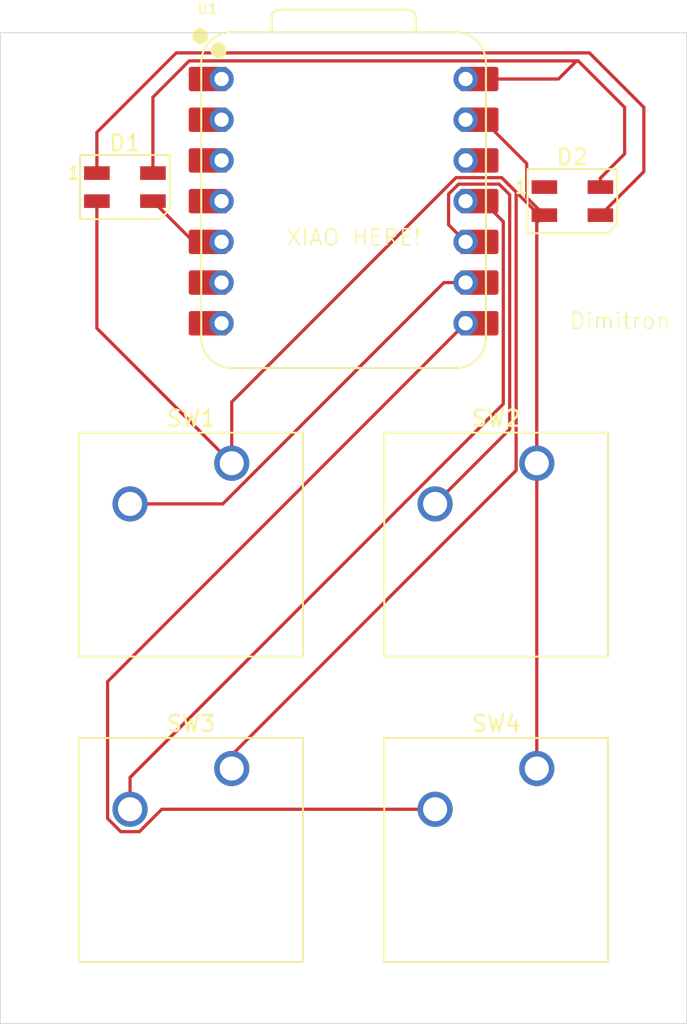
<source format=kicad_pcb>
(kicad_pcb (version 20241229) (generator "pcbnew") (generator_version "9.0")
  (layers (0 "F.Cu" signal) (2 "B.Cu" signal) (13 "F.Paste" user) (15 "B.Paste" user) (5 "F.SilkS" user "F.Silkscreen") (7 "B.SilkS" user "B.Silkscreen") (1 "F.Mask" user) (3 "B.Mask" user) (25 "Edge.Cuts" user))
  (net 0 "")
  (net 1 "Net-(D1-DIN)")
  (net 2 "+5V")
  (net 3 "GND")
  (net 4 "Net-(D1-DOUT)")
  (net 6 "Net-(U1-GPIO2{slash}SCK)")
  (net 7 "Net-(U1-GPIO4{slash}MISO)")
  (net 8 "Net-(U1-GPIO3{slash}MOSI)")
  (net 9 "Net-(U1-GPIO1{slash}RX)")
  (footprint "Button_Switch_Keyboard:SW_Cherry_MX_1.00u_PCB" (layer "F.Cu") (at 164.465 130.65125)
    (property "Reference" "SW3" (at -2.54 -2.794 0) (layer "F.SilkS"))
    (property "Value" "SW_Push")
    (fp_line (start -9.525 -1.905) (end 4.445 -1.905) (stroke (width 0.12)) (layer "F.SilkS"))
    (fp_line (start -9.525 12.065) (end -9.525 -1.905) (stroke (width 0.12)) (layer "F.SilkS"))
    (fp_line (start 4.445 -1.905) (end 4.445 12.065) (stroke (width 0.12)) (layer "F.SilkS"))
    (fp_line (start 4.445 12.065) (end -9.525 12.065) (stroke (width 0.12)) (layer "F.SilkS"))
    (pad "" np_thru_hole circle (at -7.62 5.08) (size 1.7 1.7) (drill 1.7) (layers "*.Cu" "*.Mask"))
    (pad "" np_thru_hole circle (at -2.54 5.08) (size 4 4) (drill 4) (layers "*.Cu" "*.Mask"))
    (pad "" np_thru_hole circle (at 2.54 5.08) (size 1.7 1.7) (drill 1.7) (layers "*.Cu" "*.Mask"))
    (pad "1" thru_hole circle (at 0 0) (size 2.2 2.2) (drill 1.5) (layers "*.Cu" "*.Mask") (net 3 "GND"))
    (pad "2" thru_hole circle (at -6.35 2.54) (size 2.2 2.2) (drill 1.5) (layers "*.Cu" "*.Mask") (net 8 "Net-(U1-GPIO3{slash}MOSI)"))
  )
  (footprint "Button_Switch_Keyboard:SW_Cherry_MX_1.00u_PCB" (layer "F.Cu") (at 183.515 111.60125)
    (property "Reference" "SW2" (at -2.54 -2.794 0) (layer "F.SilkS"))
    (property "Value" "SW_Push")
    (fp_line (start -9.525 -1.905) (end 4.445 -1.905) (stroke (width 0.12)) (layer "F.SilkS"))
    (fp_line (start -9.525 12.065) (end -9.525 -1.905) (stroke (width 0.12)) (layer "F.SilkS"))
    (fp_line (start 4.445 -1.905) (end 4.445 12.065) (stroke (width 0.12)) (layer "F.SilkS"))
    (fp_line (start 4.445 12.065) (end -9.525 12.065) (stroke (width 0.12)) (layer "F.SilkS"))
    (pad "" np_thru_hole circle (at -7.62 5.08) (size 1.7 1.7) (drill 1.7) (layers "*.Cu" "*.Mask"))
    (pad "" np_thru_hole circle (at -2.54 5.08) (size 4 4) (drill 4) (layers "*.Cu" "*.Mask"))
    (pad "" np_thru_hole circle (at 2.54 5.08) (size 1.7 1.7) (drill 1.7) (layers "*.Cu" "*.Mask"))
    (pad "1" thru_hole circle (at 0 0) (size 2.2 2.2) (drill 1.5) (layers "*.Cu" "*.Mask") (net 3 "GND"))
    (pad "2" thru_hole circle (at -6.35 2.54) (size 2.2 2.2) (drill 1.5) (layers "*.Cu" "*.Mask") (net 7 "Net-(U1-GPIO4{slash}MISO)"))
  )
  (footprint "Seeed Studio XIAO Series Library:XIAO-RP2040-DIP" (layer "F.Cu") (at 171.45 95.25)
    (property "Reference" "U1" (at -8.5 -12 0) (layer "F.SilkS") (effects (font (size 0.635 0.635) (thickness 0.1016))))
    (property "Value" "XIAO-RP2040-DIP")
    (fp_line (start -8.89 8.509) (end -8.89 -8.636) (stroke (width 0.127)) (layer "F.SilkS"))
    (fp_line (start -6.985 10.414) (end 6.985 10.414) (stroke (width 0.127)) (layer "F.SilkS"))
    (fp_line (start -4.495 -10.541) (end -4.491272 -11.451272) (stroke (width 0.127)) (layer "F.SilkS"))
    (fp_line (start -3.991272 -11.951) (end 4.004 -11.951) (stroke (width 0.127)) (layer "F.SilkS"))
    (fp_line (start 4.504 -11.451) (end 4.504 -10.541) (stroke (width 0.127)) (layer "F.SilkS"))
    (fp_line (start 6.985 -10.541) (end -6.985 -10.541) (stroke (width 0.1)) (layer "F.SilkS"))
    (fp_line (start 6.985 -10.541) (end -6.985 -10.541) (stroke (width 0.127)) (layer "F.SilkS"))
    (fp_line (start 8.89 8.509) (end 8.89 -8.636) (stroke (width 0.127)) (layer "F.SilkS"))
    (fp_arc (start -8.89 -8.636) (mid -8.332038 -9.983038) (end -6.985 -10.541) (stroke (width 0.127)) (layer "F.SilkS"))
    (fp_arc (start -6.985 10.414) (mid -8.332038 9.856038) (end -8.89 8.509) (stroke (width 0.127)) (layer "F.SilkS"))
    (fp_arc (start -4.491272 -11.451272) (mid -4.344728 -11.80464) (end -3.991272 -11.951) (stroke (width 0.127)) (layer "F.SilkS"))
    (fp_arc (start 4.004 -11.951) (mid 4.357553 -11.804553) (end 4.504 -11.451) (stroke (width 0.127)) (layer "F.SilkS"))
    (fp_arc (start 6.985 -10.541) (mid 8.332038 -9.983038) (end 8.89 -8.636) (stroke (width 0.127)) (layer "F.SilkS"))
    (fp_arc (start 8.89 8.509) (mid 8.332038 9.856038) (end 6.985 10.414) (stroke (width 0.127)) (layer "F.SilkS"))
    (fp_circle (center -8.95 -10.3) (end -8.95 -10.554) (stroke (width 0.5)) (fill yes) (layer "F.SilkS"))
    (fp_circle (center -7.807 -9.42) (end -7.807 -9.674) (stroke (width 0.5)) (fill yes) (layer "F.SilkS"))
    (pad "1" smd roundrect (at -8.455 -7.62 180) (size 2.432 1.524) (layers "F.Cu" "F.Mask") (roundrect_rratio 0.1))
    (pad "1" thru_hole circle (at -7.62 -7.62 180) (size 1.524 1.524) (drill 0.889) (layers "*.Cu" "*.Mask"))
    (pad "2" smd roundrect (at -8.455 -5.08 180) (size 2.432 1.524) (layers "F.Cu" "F.Mask") (roundrect_rratio 0.1))
    (pad "2" thru_hole circle (at -7.62 -5.08 180) (size 1.524 1.524) (drill 0.889) (layers "*.Cu" "*.Mask"))
    (pad "3" smd roundrect (at -8.455 -2.54 180) (size 2.432 1.524) (layers "F.Cu" "F.Mask") (roundrect_rratio 0.1))
    (pad "3" thru_hole circle (at -7.62 -2.54 180) (size 1.524 1.524) (drill 0.889) (layers "*.Cu" "*.Mask"))
    (pad "4" smd roundrect (at -8.455 0 180) (size 2.432 1.524) (layers "F.Cu" "F.Mask") (roundrect_rratio 0.1))
    (pad "4" thru_hole circle (at -7.62 0 180) (size 1.524 1.524) (drill 0.889) (layers "*.Cu" "*.Mask"))
    (pad "5" smd roundrect (at -8.455 2.54 180) (size 2.432 1.524) (layers "F.Cu" "F.Mask") (roundrect_rratio 0.1) (net 1 "Net-(D1-DIN)"))
    (pad "5" thru_hole circle (at -7.62 2.54 180) (size 1.524 1.524) (drill 0.889) (layers "*.Cu" "*.Mask") (net 1 "Net-(D1-DIN)"))
    (pad "6" smd roundrect (at -8.455 5.08 180) (size 2.432 1.524) (layers "F.Cu" "F.Mask") (roundrect_rratio 0.1))
    (pad "6" thru_hole circle (at -7.62 5.08 180) (size 1.524 1.524) (drill 0.889) (layers "*.Cu" "*.Mask"))
    (pad "7" smd roundrect (at -8.455 7.62 180) (size 2.432 1.524) (layers "F.Cu" "F.Mask") (roundrect_rratio 0.1))
    (pad "7" thru_hole circle (at -7.62 7.62 180) (size 1.524 1.524) (drill 0.889) (layers "*.Cu" "*.Mask"))
    (pad "8" thru_hole circle (at 7.62 7.62) (size 1.524 1.524) (drill 0.889) (layers "*.Cu" "*.Mask") (net 9 "Net-(U1-GPIO1{slash}RX)"))
    (pad "8" smd roundrect (at 8.455 7.62) (size 2.432 1.524) (layers "F.Cu" "F.Mask") (roundrect_rratio 0.1) (net 9 "Net-(U1-GPIO1{slash}RX)"))
    (pad "9" thru_hole circle (at 7.62 5.08) (size 1.524 1.524) (drill 0.889) (layers "*.Cu" "*.Mask") (net 6 "Net-(U1-GPIO2{slash}SCK)"))
    (pad "9" smd roundrect (at 8.455 5.08) (size 2.432 1.524) (layers "F.Cu" "F.Mask") (roundrect_rratio 0.1) (net 6 "Net-(U1-GPIO2{slash}SCK)"))
    (pad "10" thru_hole circle (at 7.62 2.54) (size 1.524 1.524) (drill 0.889) (layers "*.Cu" "*.Mask") (net 7 "Net-(U1-GPIO4{slash}MISO)"))
    (pad "10" smd roundrect (at 8.455 2.54) (size 2.432 1.524) (layers "F.Cu" "F.Mask") (roundrect_rratio 0.1) (net 7 "Net-(U1-GPIO4{slash}MISO)"))
    (pad "11" thru_hole circle (at 7.62 0) (size 1.524 1.524) (drill 0.889) (layers "*.Cu" "*.Mask") (net 8 "Net-(U1-GPIO3{slash}MOSI)"))
    (pad "11" smd roundrect (at 8.455 0) (size 2.432 1.524) (layers "F.Cu" "F.Mask") (roundrect_rratio 0.1) (net 8 "Net-(U1-GPIO3{slash}MOSI)"))
    (pad "12" thru_hole circle (at 7.62 -2.54) (size 1.524 1.524) (drill 0.889) (layers "*.Cu" "*.Mask"))
    (pad "12" smd roundrect (at 8.455 -2.54) (size 2.432 1.524) (layers "F.Cu" "F.Mask") (roundrect_rratio 0.1))
    (pad "13" thru_hole circle (at 7.62 -5.08) (size 1.524 1.524) (drill 0.889) (layers "*.Cu" "*.Mask") (net 3 "GND"))
    (pad "13" smd roundrect (at 8.455 -5.08) (size 2.432 1.524) (layers "F.Cu" "F.Mask") (roundrect_rratio 0.1) (net 3 "GND"))
    (pad "14" thru_hole circle (at 7.62 -7.62) (size 1.524 1.524) (drill 0.889) (layers "*.Cu" "*.Mask") (net 2 "+5V"))
    (pad "14" smd roundrect (at 8.455 -7.62) (size 2.432 1.524) (layers "F.Cu" "F.Mask") (roundrect_rratio 0.1) (net 2 "+5V"))
  )
  (footprint "LED_SMD:LED_SK6812MINI_PLCC4_3.5x3.5mm_P1.75mm" (layer "F.Cu") (at 185.7375 95.25)
    (property "Reference" "D2" (at 0 -2.75 0) (layer "F.SilkS"))
    (property "Value" "SK6812MINI")
    (fp_line (start -2.8 -2) (end -2.8 2) (stroke (width 0.12)) (layer "F.SilkS"))
    (fp_line (start -2.8 -2) (end 2.8 -2) (stroke (width 0.12)) (layer "F.SilkS"))
    (fp_line (start -2.8 2) (end 2.2 2) (stroke (width 0.12)) (layer "F.SilkS"))
    (fp_line (start 2.8 1.4) (end 2.2 2) (stroke (width 0.12)) (layer "F.SilkS"))
    (fp_line (start 2.8 1.4) (end 2.8 -2) (stroke (width 0.12)) (layer "F.SilkS"))
    (fp_text user "1" (at -3.2 -0.875 0) (layer "F.SilkS") (effects (font (size 0.8 0.8))))
    (pad "1" smd rect (at -1.75 -0.875) (size 1.6 0.85) (layers "F.Cu" "F.Mask" "F.Paste"))
    (pad "2" smd rect (at -1.75 0.875) (size 1.6 0.85) (layers "F.Cu" "F.Mask" "F.Paste") (net 3 "GND"))
    (pad "3" smd rect (at 1.75 0.875) (size 1.6 0.85) (layers "F.Cu" "F.Mask" "F.Paste") (net 4 "Net-(D1-DOUT)"))
    (pad "4" smd rect (at 1.75 -0.875) (size 1.6 0.85) (layers "F.Cu" "F.Mask" "F.Paste") (net 2 "+5V"))
  )
  (footprint "LED_SMD:LED_SK6812MINI_PLCC4_3.5x3.5mm_P1.75mm" (layer "F.Cu") (at 157.79375 94.375)
    (property "Reference" "D1" (at 0 -2.75 0) (layer "F.SilkS"))
    (property "Value" "SK6812MINI")
    (fp_line (start -2.8 -2) (end -2.8 2) (stroke (width 0.12)) (layer "F.SilkS"))
    (fp_line (start -2.8 -2) (end 2.8 -2) (stroke (width 0.12)) (layer "F.SilkS"))
    (fp_line (start -2.8 2) (end 2.2 2) (stroke (width 0.12)) (layer "F.SilkS"))
    (fp_line (start 2.8 1.4) (end 2.2 2) (stroke (width 0.12)) (layer "F.SilkS"))
    (fp_line (start 2.8 1.4) (end 2.8 -2) (stroke (width 0.12)) (layer "F.SilkS"))
    (fp_text user "1" (at -3.2 -0.875 0) (layer "F.SilkS") (effects (font (size 0.8 0.8))))
    (pad "1" smd rect (at -1.75 -0.875) (size 1.6 0.85) (layers "F.Cu" "F.Mask" "F.Paste") (net 4 "Net-(D1-DOUT)"))
    (pad "2" smd rect (at -1.75 0.875) (size 1.6 0.85) (layers "F.Cu" "F.Mask" "F.Paste") (net 3 "GND"))
    (pad "3" smd rect (at 1.75 0.875) (size 1.6 0.85) (layers "F.Cu" "F.Mask" "F.Paste") (net 1 "Net-(D1-DIN)"))
    (pad "4" smd rect (at 1.75 -0.875) (size 1.6 0.85) (layers "F.Cu" "F.Mask" "F.Paste") (net 2 "+5V"))
  )
  (footprint "Button_Switch_Keyboard:SW_Cherry_MX_1.00u_PCB" (layer "F.Cu") (at 164.465 111.60125)
    (property "Reference" "SW1" (at -2.54 -2.794 0) (layer "F.SilkS"))
    (property "Value" "SW_Push")
    (fp_line (start -9.525 -1.905) (end 4.445 -1.905) (stroke (width 0.12)) (layer "F.SilkS"))
    (fp_line (start -9.525 12.065) (end -9.525 -1.905) (stroke (width 0.12)) (layer "F.SilkS"))
    (fp_line (start 4.445 -1.905) (end 4.445 12.065) (stroke (width 0.12)) (layer "F.SilkS"))
    (fp_line (start 4.445 12.065) (end -9.525 12.065) (stroke (width 0.12)) (layer "F.SilkS"))
    (pad "" np_thru_hole circle (at -7.62 5.08) (size 1.7 1.7) (drill 1.7) (layers "*.Cu" "*.Mask"))
    (pad "" np_thru_hole circle (at -2.54 5.08) (size 4 4) (drill 4) (layers "*.Cu" "*.Mask"))
    (pad "" np_thru_hole circle (at 2.54 5.08) (size 1.7 1.7) (drill 1.7) (layers "*.Cu" "*.Mask"))
    (pad "1" thru_hole circle (at 0 0) (size 2.2 2.2) (drill 1.5) (layers "*.Cu" "*.Mask") (net 3 "GND"))
    (pad "2" thru_hole circle (at -6.35 2.54) (size 2.2 2.2) (drill 1.5) (layers "*.Cu" "*.Mask") (net 6 "Net-(U1-GPIO2{slash}SCK)"))
  )
  (footprint "Button_Switch_Keyboard:SW_Cherry_MX_1.00u_PCB" (layer "F.Cu") (at 183.515 130.65125)
    (property "Reference" "SW4" (at -2.54 -2.794 0) (layer "F.SilkS"))
    (property "Value" "SW_Push")
    (fp_line (start -9.525 -1.905) (end 4.445 -1.905) (stroke (width 0.12)) (layer "F.SilkS"))
    (fp_line (start -9.525 12.065) (end -9.525 -1.905) (stroke (width 0.12)) (layer "F.SilkS"))
    (fp_line (start 4.445 -1.905) (end 4.445 12.065) (stroke (width 0.12)) (layer "F.SilkS"))
    (fp_line (start 4.445 12.065) (end -9.525 12.065) (stroke (width 0.12)) (layer "F.SilkS"))
    (pad "" np_thru_hole circle (at -7.62 5.08) (size 1.7 1.7) (drill 1.7) (layers "*.Cu" "*.Mask"))
    (pad "" np_thru_hole circle (at -2.54 5.08) (size 4 4) (drill 4) (layers "*.Cu" "*.Mask"))
    (pad "" np_thru_hole circle (at 2.54 5.08) (size 1.7 1.7) (drill 1.7) (layers "*.Cu" "*.Mask"))
    (pad "1" thru_hole circle (at 0 0) (size 2.2 2.2) (drill 1.5) (layers "*.Cu" "*.Mask") (net 3 "GND"))
    (pad "2" thru_hole circle (at -6.35 2.54) (size 2.2 2.2) (drill 1.5) (layers "*.Cu" "*.Mask") (net 9 "Net-(U1-GPIO1{slash}RX)"))
  )
  (gr_rect (start 150.01875 84.74375) (end 192.88125 146.55625) (stroke (width 0.05)) (fill no) (layer "Edge.Cuts"))
  (gr_text "XIAO HERE!" (at 167.8 98.1 0) (layer "F.SilkS") (effects (font (size 1 1) (thickness 0.1)) (justify left bottom)))
  (gr_text "Dimitron" (at 185.5 103.3 0) (layer "F.SilkS") (effects (font (size 1 1) (thickness 0.1)) (justify left bottom)))
  (segment (start 162.08375 97.79) (end 163.83 97.79) (width 0.2) (layer "F.Cu") (net 1))
  (segment (start 159.54375 95.25) (end 162.08375 97.79) (width 0.2) (layer "F.Cu") (net 1))
  (segment (start 186 86.5) (end 186.1 86.5) (width 0.2) (layer "F.Cu") (net 2))
  (segment (start 189 89.4) (end 189 92.3) (width 0.2) (layer "F.Cu") (net 2))
  (segment (start 184.87 87.63) (end 186 86.5) (width 0.2) (layer "F.Cu") (net 2))
  (segment (start 159.54375 88.762624) (end 161.806374 86.5) (width 0.2) (layer "F.Cu") (net 2))
  (segment (start 189 92.3) (end 187.4875 93.8125) (width 0.2) (layer "F.Cu") (net 2))
  (segment (start 161.806374 86.5) (end 186 86.5) (width 0.2) (layer "F.Cu") (net 2))
  (segment (start 159.54375 93.5) (end 159.54375 88.762624) (width 0.2) (layer "F.Cu") (net 2))
  (segment (start 179.905 87.63) (end 184.87 87.63) (width 0.2) (layer "F.Cu") (net 2))
  (segment (start 187.4875 93.8125) (end 187.4875 94.375) (width 0.2) (layer "F.Cu") (net 2))
  (segment (start 186.1 86.5) (end 189 89.4) (width 0.2) (layer "F.Cu") (net 2))
  (segment (start 183.515 111.60125) (end 183.515 95.974274) (width 0.2) (layer "F.Cu") (net 3))
  (segment (start 182.224 112.05072) (end 164.465 129.80972) (width 0.2) (layer "F.Cu") (net 3))
  (segment (start 182.8865 95.024) (end 183.9875 96.125) (width 0.2) (layer "F.Cu") (net 3))
  (segment (start 181.326726 93.786) (end 182.224 94.683274) (width 0.2) (layer "F.Cu") (net 3))
  (segment (start 182.8865 92.90887) (end 182.8865 95.024) (width 0.2) (layer "F.Cu") (net 3))
  (segment (start 182.224 94.683274) (end 182.224 112.05072) (width 0.2) (layer "F.Cu") (net 3))
  (segment (start 164.465 111.60125) (end 164.465 107.78459) (width 0.2) (layer "F.Cu") (net 3))
  (segment (start 164.465 107.78459) (end 178.46359 93.786) (width 0.2) (layer "F.Cu") (net 3))
  (segment (start 183.515 95.974274) (end 181.326726 93.786) (width 0.2) (layer "F.Cu") (net 3))
  (segment (start 183.515 111.60125) (end 183.515 130.65125) (width 0.2) (layer "F.Cu") (net 3))
  (segment (start 164.465 111.60125) (end 156.04375 103.18) (width 0.2) (layer "F.Cu") (net 3))
  (segment (start 179.07 90.17) (end 180.14763 90.17) (width 0.2) (layer "F.Cu") (net 3))
  (segment (start 183.515 96.5975) (end 183.515 111.60125) (width 0.2) (layer "F.Cu") (net 3))
  (segment (start 180.14763 90.17) (end 182.8865 92.90887) (width 0.2) (layer "F.Cu") (net 3))
  (segment (start 178.46359 93.786) (end 181.326726 93.786) (width 0.2) (layer "F.Cu") (net 3))
  (segment (start 183.9875 96.125) (end 183.515 96.5975) (width 0.2) (layer "F.Cu") (net 3))
  (segment (start 164.465 129.80972) (end 164.465 130.65125) (width 0.2) (layer "F.Cu") (net 3))
  (segment (start 156.04375 103.18) (end 156.04375 95.25) (width 0.2) (layer "F.Cu") (net 3))
  (segment (start 186.8 86) (end 190.2 89.4) (width 0.2) (layer "F.Cu") (net 4))
  (segment (start 161 86) (end 186.8 86) (width 0.2) (layer "F.Cu") (net 4))
  (segment (start 156.04375 93.5) (end 156.04375 90.95625) (width 0.2) (layer "F.Cu") (net 4))
  (segment (start 190.2 93.4125) (end 187.4875 96.125) (width 0.2) (layer "F.Cu") (net 4))
  (segment (start 156.04375 90.95625) (end 161 86) (width 0.2) (layer "F.Cu") (net 4))
  (segment (start 190.2 89.4) (end 190.2 93.4125) (width 0.2) (layer "F.Cu") (net 4))
  (segment (start 177.717564 100.33) (end 179.07 100.33) (width 0.2) (layer "F.Cu") (net 6))
  (segment (start 158.115 114.14125) (end 163.906314 114.14125) (width 0.2) (layer "F.Cu") (net 6))
  (segment (start 163.906314 114.14125) (end 177.717564 100.33) (width 0.2) (layer "F.Cu") (net 6))
  (segment (start 178.007 96.727) (end 178.007 94.80969) (width 0.2) (layer "F.Cu") (net 7))
  (segment (start 178.007 94.80969) (end 178.62969 94.187) (width 0.2) (layer "F.Cu") (net 7))
  (segment (start 179.07 97.79) (end 178.007 96.727) (width 0.2) (layer "F.Cu") (net 7))
  (segment (start 178.62969 94.187) (end 181.160626 94.187) (width 0.2) (layer "F.Cu") (net 7))
  (segment (start 181.823 94.849374) (end 181.823 109.48325) (width 0.2) (layer "F.Cu") (net 7))
  (segment (start 181.823 109.48325) (end 177.165 114.14125) (width 0.2) (layer "F.Cu") (net 7))
  (segment (start 181.160626 94.187) (end 181.823 94.849374) (width 0.2) (layer "F.Cu") (net 7))
  (segment (start 180.14763 95.25) (end 181.422 96.52437) (width 0.2) (layer "F.Cu") (net 8))
  (segment (start 158.115 131.209936) (end 158.115 133.19125) (width 0.2) (layer "F.Cu") (net 8))
  (segment (start 179.07 95.25) (end 180.14763 95.25) (width 0.2) (layer "F.Cu") (net 8))
  (segment (start 181.422 96.52437) (end 181.422 107.902936) (width 0.2) (layer "F.Cu") (net 8))
  (segment (start 181.422 107.902936) (end 158.115 131.209936) (width 0.2) (layer "F.Cu") (net 8))
  (segment (start 158.695314 134.59225) (end 160.096314 133.19125) (width 0.2) (layer "F.Cu") (net 9))
  (segment (start 160.096314 133.19125) (end 177.165 133.19125) (width 0.2) (layer "F.Cu") (net 9))
  (segment (start 157.534686 134.59225) (end 158.695314 134.59225) (width 0.2) (layer "F.Cu") (net 9))
  (segment (start 156.714 133.771564) (end 157.534686 134.59225) (width 0.2) (layer "F.Cu") (net 9))
  (segment (start 179.07 102.87) (end 156.714 125.226) (width 0.2) (layer "F.Cu") (net 9))
  (segment (start 156.714 125.226) (end 156.714 133.771564) (width 0.2) (layer "F.Cu") (net 9))
)
</source>
